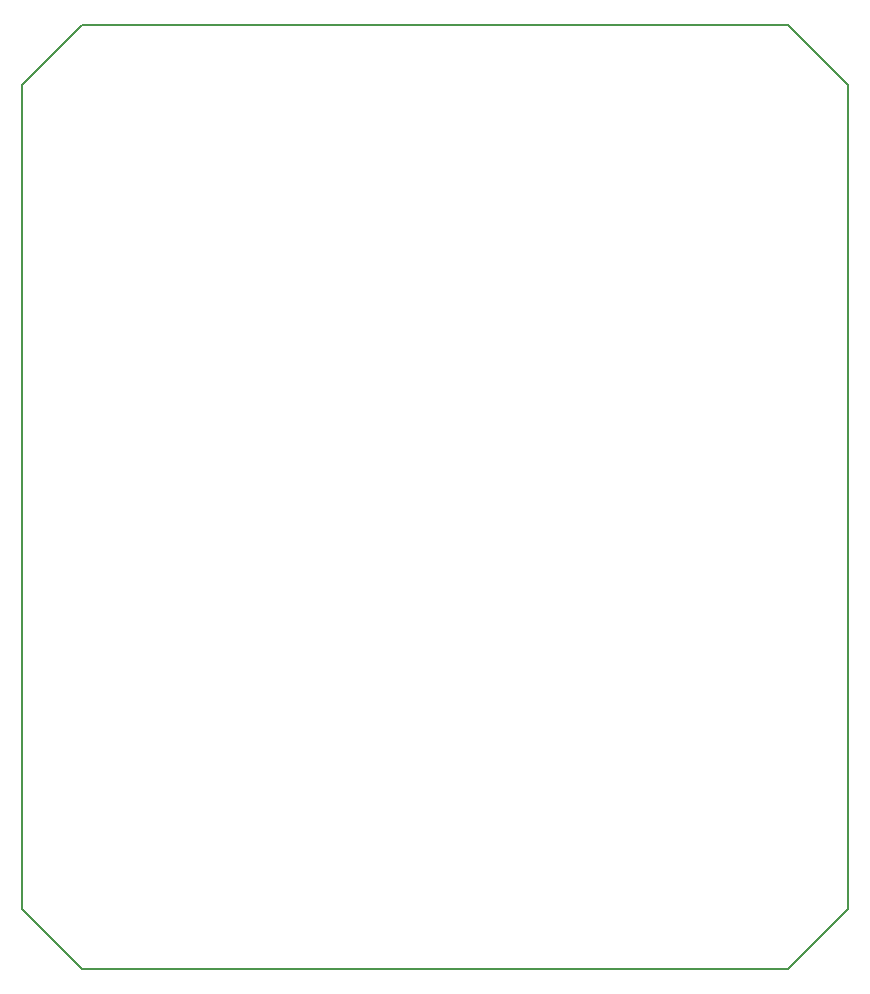
<source format=gko>
G04*
G04 #@! TF.GenerationSoftware,Altium Limited,Altium Designer,21.3.2 (30)*
G04*
G04 Layer_Color=16711935*
%FSLAX44Y44*%
%MOMM*%
G71*
G04*
G04 #@! TF.SameCoordinates,5F18C444-2927-46CB-AB6B-11653520DC00*
G04*
G04*
G04 #@! TF.FilePolarity,Positive*
G04*
G01*
G75*
%ADD12C,0.1500*%
D12*
X0Y749200D02*
X50800Y800000D01*
X649200D01*
X700000Y749200D01*
Y50800D02*
Y749200D01*
X649200Y0D02*
X700000Y50800D01*
X50800Y0D02*
X649200D01*
X0Y50800D02*
X50800Y0D01*
X0Y50800D02*
Y749200D01*
M02*

</source>
